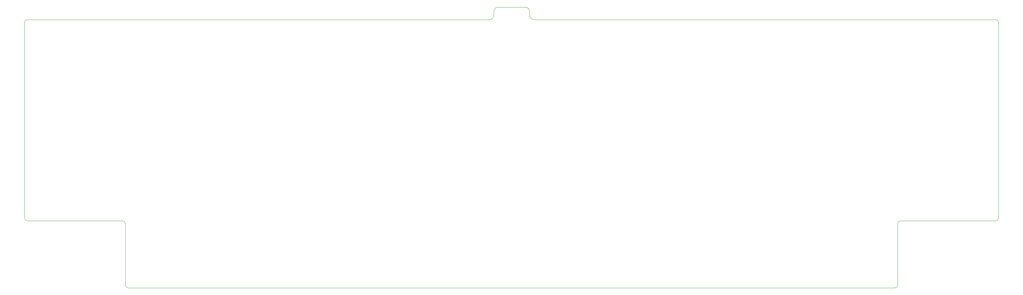
<source format=gbr>
G04 #@! TF.GenerationSoftware,KiCad,Pcbnew,(5.1.4)-1*
G04 #@! TF.CreationDate,2020-11-15T13:42:54-06:00*
G04 #@! TF.ProjectId,minim,6d696e69-6d2e-46b6-9963-61645f706362,rev?*
G04 #@! TF.SameCoordinates,Original*
G04 #@! TF.FileFunction,Profile,NP*
%FSLAX46Y46*%
G04 Gerber Fmt 4.6, Leading zero omitted, Abs format (unit mm)*
G04 Created by KiCad (PCBNEW (5.1.4)-1) date 2020-11-15 13:42:54*
%MOMM*%
%LPD*%
G04 APERTURE LIST*
%ADD10C,0.100000*%
G04 APERTURE END LIST*
D10*
X144526000Y0D02*
X275431250Y0D01*
X793750Y0D02*
X131826000Y0D01*
X134366000Y3556000D02*
X141986000Y3556000D01*
X143256000Y1270000D02*
X143256000Y2286000D01*
X143256000Y2286000D02*
G75*
G03X141986000Y3556000I-1270000J0D01*
G01*
X143256000Y1270000D02*
G75*
G03X144526000Y0I1270000J0D01*
G01*
X133096000Y2286000D02*
X133096000Y1270000D01*
X133096000Y2286000D02*
G75*
G02X134366000Y3556000I1270000J0D01*
G01*
X133096000Y1270000D02*
G75*
G02X131826000Y0I-1270000J0D01*
G01*
X276225000Y-56356250D02*
X276225000Y-793750D01*
X248443750Y-57150000D02*
X275431250Y-57150000D01*
X247650000Y-75406250D02*
X247650000Y-57943750D01*
X29368750Y-76200000D02*
X246856250Y-76200000D01*
X28575000Y-57943750D02*
X28575000Y-75406250D01*
X793750Y-57150000D02*
X27781250Y-57150000D01*
X0Y-793750D02*
X0Y-56356250D01*
X275431250Y0D02*
G75*
G02X276225000Y-793750I0J-793750D01*
G01*
X276225000Y-56356250D02*
G75*
G02X275431250Y-57150000I-793750J0D01*
G01*
X247650000Y-57943750D02*
G75*
G02X248443750Y-57150000I793750J0D01*
G01*
X247650000Y-75406250D02*
G75*
G02X246856250Y-76200000I-793750J0D01*
G01*
X29368750Y-76200000D02*
G75*
G02X28575000Y-75406250I0J793750D01*
G01*
X27781250Y-57150000D02*
G75*
G02X28575000Y-57943750I0J-793750D01*
G01*
X793750Y-57150000D02*
G75*
G02X0Y-56356250I0J793750D01*
G01*
X0Y-793750D02*
G75*
G02X793750Y0I793750J0D01*
G01*
M02*

</source>
